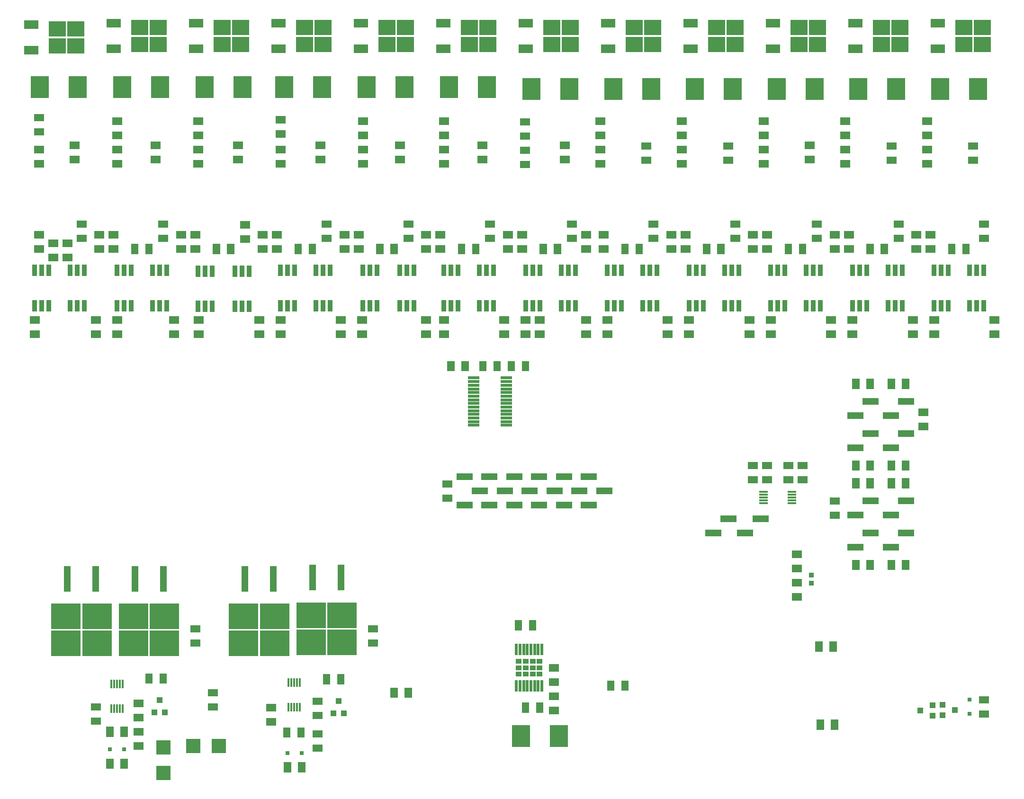
<source format=gtp>
G04 #@! TF.GenerationSoftware,KiCad,Pcbnew,(5.1.6)-1*
G04 #@! TF.CreationDate,2023-01-22T15:30:42+01:00*
G04 #@! TF.ProjectId,zone-controller,7a6f6e65-2d63-46f6-9e74-726f6c6c6572,rev?*
G04 #@! TF.SameCoordinates,Original*
G04 #@! TF.FileFunction,Paste,Top*
G04 #@! TF.FilePolarity,Positive*
%FSLAX46Y46*%
G04 Gerber Fmt 4.6, Leading zero omitted, Abs format (unit mm)*
G04 Created by KiCad (PCBNEW (5.1.6)-1) date 2023-01-22 15:30:42*
%MOMM*%
%LPD*%
G01*
G04 APERTURE LIST*
%ADD10R,1.500000X0.350000*%
%ADD11R,3.000000X1.250000*%
%ADD12C,0.100000*%
%ADD13R,2.500000X2.500000*%
%ADD14R,5.250000X4.550000*%
%ADD15R,1.250000X4.600000*%
%ADD16R,2.500000X1.500000*%
%ADD17R,3.050000X2.750000*%
%ADD18R,0.900000X2.000000*%
%ADD19R,0.350000X1.500000*%
%ADD20R,2.000000X0.500000*%
%ADD21R,1.050000X0.880000*%
%ADD22R,0.500000X2.000000*%
%ADD23R,1.000000X1.000000*%
%ADD24R,0.800000X0.800000*%
%ADD25R,3.300000X4.000000*%
%ADD26R,0.900000X0.900000*%
G04 APERTURE END LIST*
D10*
X175260000Y-89170000D03*
X175260000Y-89670000D03*
X175260000Y-90170000D03*
X175260000Y-90670000D03*
X175260000Y-91170000D03*
X170180000Y-91170000D03*
X170180000Y-90670000D03*
X170180000Y-90170000D03*
X170180000Y-89170000D03*
X170180000Y-89670000D03*
D11*
X192935000Y-99060000D03*
X195685000Y-96520000D03*
D12*
G36*
X194930000Y-85355000D02*
G01*
X194930000Y-83555000D01*
X196230000Y-83555000D01*
X196230000Y-85355000D01*
X194930000Y-85355000D01*
G37*
G36*
X192390000Y-85355000D02*
G01*
X192390000Y-83555000D01*
X193690000Y-83555000D01*
X193690000Y-85355000D01*
X192390000Y-85355000D01*
G37*
G36*
X188580000Y-85355000D02*
G01*
X188580000Y-83555000D01*
X189880000Y-83555000D01*
X189880000Y-85355000D01*
X188580000Y-85355000D01*
G37*
G36*
X186040000Y-85355000D02*
G01*
X186040000Y-83555000D01*
X187340000Y-83555000D01*
X187340000Y-85355000D01*
X186040000Y-85355000D01*
G37*
G36*
X197855000Y-76820000D02*
G01*
X199655000Y-76820000D01*
X199655000Y-78120000D01*
X197855000Y-78120000D01*
X197855000Y-76820000D01*
G37*
G36*
X197855000Y-74280000D02*
G01*
X199655000Y-74280000D01*
X199655000Y-75580000D01*
X197855000Y-75580000D01*
X197855000Y-74280000D01*
G37*
G36*
X187340000Y-68950000D02*
G01*
X187340000Y-70750000D01*
X186040000Y-70750000D01*
X186040000Y-68950000D01*
X187340000Y-68950000D01*
G37*
G36*
X189880000Y-68950000D02*
G01*
X189880000Y-70750000D01*
X188580000Y-70750000D01*
X188580000Y-68950000D01*
X189880000Y-68950000D01*
G37*
G36*
X193690000Y-68950000D02*
G01*
X193690000Y-70750000D01*
X192390000Y-70750000D01*
X192390000Y-68950000D01*
X193690000Y-68950000D01*
G37*
G36*
X196230000Y-68950000D02*
G01*
X196230000Y-70750000D01*
X194930000Y-70750000D01*
X194930000Y-68950000D01*
X196230000Y-68950000D01*
G37*
G36*
X187340000Y-101335000D02*
G01*
X187340000Y-103135000D01*
X186040000Y-103135000D01*
X186040000Y-101335000D01*
X187340000Y-101335000D01*
G37*
G36*
X189880000Y-101335000D02*
G01*
X189880000Y-103135000D01*
X188580000Y-103135000D01*
X188580000Y-101335000D01*
X189880000Y-101335000D01*
G37*
G36*
X193690000Y-101335000D02*
G01*
X193690000Y-103135000D01*
X192390000Y-103135000D01*
X192390000Y-101335000D01*
X193690000Y-101335000D01*
G37*
G36*
X196230000Y-101335000D02*
G01*
X196230000Y-103135000D01*
X194930000Y-103135000D01*
X194930000Y-101335000D01*
X196230000Y-101335000D01*
G37*
G36*
X181980000Y-92695000D02*
G01*
X183780000Y-92695000D01*
X183780000Y-93995000D01*
X181980000Y-93995000D01*
X181980000Y-92695000D01*
G37*
G36*
X181980000Y-90155000D02*
G01*
X183780000Y-90155000D01*
X183780000Y-91455000D01*
X181980000Y-91455000D01*
X181980000Y-90155000D01*
G37*
G36*
X194930000Y-88530000D02*
G01*
X194930000Y-86730000D01*
X196230000Y-86730000D01*
X196230000Y-88530000D01*
X194930000Y-88530000D01*
G37*
G36*
X192390000Y-88530000D02*
G01*
X192390000Y-86730000D01*
X193690000Y-86730000D01*
X193690000Y-88530000D01*
X192390000Y-88530000D01*
G37*
G36*
X188580000Y-88530000D02*
G01*
X188580000Y-86730000D01*
X189880000Y-86730000D01*
X189880000Y-88530000D01*
X188580000Y-88530000D01*
G37*
G36*
X186040000Y-88530000D02*
G01*
X186040000Y-86730000D01*
X187340000Y-86730000D01*
X187340000Y-88530000D01*
X186040000Y-88530000D01*
G37*
D11*
X189335000Y-78740000D03*
X186585000Y-81280000D03*
X192935000Y-81280000D03*
X195685000Y-78740000D03*
X195685000Y-73025000D03*
X192935000Y-75565000D03*
X186585000Y-75565000D03*
X189335000Y-73025000D03*
X189335000Y-96520000D03*
X186585000Y-99060000D03*
X186585000Y-93345000D03*
X189335000Y-90805000D03*
X195685000Y-90805000D03*
X192935000Y-93345000D03*
D12*
G36*
X129275000Y-60310000D02*
G01*
X131075000Y-60310000D01*
X131075000Y-61610000D01*
X129275000Y-61610000D01*
X129275000Y-60310000D01*
G37*
G36*
X129275000Y-57770000D02*
G01*
X131075000Y-57770000D01*
X131075000Y-59070000D01*
X129275000Y-59070000D01*
X129275000Y-57770000D01*
G37*
D11*
X138960000Y-86487000D03*
X138960000Y-91567000D03*
X141710000Y-89027000D03*
X134515000Y-86487000D03*
X134515000Y-91567000D03*
X137265000Y-89027000D03*
X130070000Y-86487000D03*
X130070000Y-91567000D03*
X132820000Y-89027000D03*
X125625000Y-86487000D03*
X125625000Y-91567000D03*
X128375000Y-89027000D03*
X121180000Y-86487000D03*
X121180000Y-91567000D03*
X123930000Y-89027000D03*
X116735000Y-86487000D03*
X116735000Y-91567000D03*
X119485000Y-89027000D03*
X166900000Y-96520000D03*
X169650000Y-93980000D03*
X161185000Y-96520000D03*
X163935000Y-93980000D03*
D13*
X68185000Y-134620000D03*
X72785000Y-134620000D03*
X62865000Y-139460000D03*
X62865000Y-134860000D03*
D14*
X94850000Y-116090000D03*
X94850000Y-111240000D03*
X89300000Y-111240000D03*
X89300000Y-116090000D03*
D15*
X89535000Y-104515000D03*
X94615000Y-104515000D03*
D14*
X82785000Y-116290000D03*
X82785000Y-111440000D03*
X77235000Y-111440000D03*
X77235000Y-116290000D03*
D15*
X77470000Y-104715000D03*
X82550000Y-104715000D03*
D14*
X63100000Y-116290000D03*
X63100000Y-111440000D03*
X57550000Y-111440000D03*
X57550000Y-116290000D03*
D15*
X57785000Y-104715000D03*
X62865000Y-104715000D03*
D14*
X51035000Y-116290000D03*
X51035000Y-111440000D03*
X45485000Y-111440000D03*
X45485000Y-116290000D03*
D15*
X45720000Y-104715000D03*
X50800000Y-104715000D03*
D16*
X39293000Y-5594000D03*
X39293000Y-10154000D03*
D17*
X47268000Y-9399000D03*
X43918000Y-6349000D03*
X47268000Y-6349000D03*
X43918000Y-9399000D03*
D18*
X207010000Y-49555000D03*
X208280000Y-55855000D03*
X209550000Y-49555000D03*
X208280000Y-49555000D03*
X209550000Y-55855000D03*
X207010000Y-55855000D03*
X203200000Y-55855000D03*
X201930000Y-49555000D03*
X200660000Y-55855000D03*
X201930000Y-55855000D03*
X200660000Y-49555000D03*
X203200000Y-49555000D03*
X192405000Y-49555000D03*
X193675000Y-55855000D03*
X194945000Y-49555000D03*
X193675000Y-49555000D03*
X194945000Y-55855000D03*
X192405000Y-55855000D03*
X188595000Y-55855000D03*
X187325000Y-49555000D03*
X186055000Y-55855000D03*
X187325000Y-55855000D03*
X186055000Y-49555000D03*
X188595000Y-49555000D03*
X177800000Y-49555000D03*
X179070000Y-55855000D03*
X180340000Y-49555000D03*
X179070000Y-49555000D03*
X180340000Y-55855000D03*
X177800000Y-55855000D03*
X173990000Y-55855000D03*
X172720000Y-49555000D03*
X171450000Y-55855000D03*
X172720000Y-55855000D03*
X171450000Y-49555000D03*
X173990000Y-49555000D03*
X163195000Y-49555000D03*
X164465000Y-55855000D03*
X165735000Y-49555000D03*
X164465000Y-49555000D03*
X165735000Y-55855000D03*
X163195000Y-55855000D03*
X159385000Y-55855000D03*
X158115000Y-49555000D03*
X156845000Y-55855000D03*
X158115000Y-55855000D03*
X156845000Y-49555000D03*
X159385000Y-49555000D03*
X148590000Y-49555000D03*
X149860000Y-55855000D03*
X151130000Y-49555000D03*
X149860000Y-49555000D03*
X151130000Y-55855000D03*
X148590000Y-55855000D03*
X144780000Y-55855000D03*
X143510000Y-49555000D03*
X142240000Y-55855000D03*
X143510000Y-55855000D03*
X142240000Y-49555000D03*
X144780000Y-49555000D03*
X133985000Y-49555000D03*
X135255000Y-55855000D03*
X136525000Y-49555000D03*
X135255000Y-49555000D03*
X136525000Y-55855000D03*
X133985000Y-55855000D03*
X130175000Y-55855000D03*
X128905000Y-49555000D03*
X127635000Y-55855000D03*
X128905000Y-55855000D03*
X127635000Y-49555000D03*
X130175000Y-49555000D03*
X119380000Y-49555000D03*
X120650000Y-55855000D03*
X121920000Y-49555000D03*
X120650000Y-49555000D03*
X121920000Y-55855000D03*
X119380000Y-55855000D03*
X115570000Y-55855000D03*
X114300000Y-49555000D03*
X113030000Y-55855000D03*
X114300000Y-55855000D03*
X113030000Y-49555000D03*
X115570000Y-49555000D03*
X105156000Y-49555000D03*
X106426000Y-55855000D03*
X107696000Y-49555000D03*
X106426000Y-49555000D03*
X107696000Y-55855000D03*
X105156000Y-55855000D03*
X101092000Y-55855000D03*
X99822000Y-49555000D03*
X98552000Y-55855000D03*
X99822000Y-55855000D03*
X98552000Y-49555000D03*
X101092000Y-49555000D03*
X90170000Y-49555000D03*
X91440000Y-55855000D03*
X92710000Y-49555000D03*
X91440000Y-49555000D03*
X92710000Y-55855000D03*
X90170000Y-55855000D03*
X86360000Y-55855000D03*
X85090000Y-49555000D03*
X83820000Y-55855000D03*
X85090000Y-55855000D03*
X83820000Y-49555000D03*
X86360000Y-49555000D03*
X75692000Y-49682000D03*
X76962000Y-55982000D03*
X78232000Y-49682000D03*
X76962000Y-49682000D03*
X78232000Y-55982000D03*
X75692000Y-55982000D03*
X71628000Y-55982000D03*
X70358000Y-49682000D03*
X69088000Y-55982000D03*
X70358000Y-55982000D03*
X69088000Y-49682000D03*
X71628000Y-49682000D03*
X60960000Y-49555000D03*
X62230000Y-55855000D03*
X63500000Y-49555000D03*
X62230000Y-49555000D03*
X63500000Y-55855000D03*
X60960000Y-55855000D03*
X57150000Y-55855000D03*
X55880000Y-49555000D03*
X54610000Y-55855000D03*
X55880000Y-55855000D03*
X54610000Y-49555000D03*
X57150000Y-49555000D03*
X46228000Y-49555000D03*
X47498000Y-55855000D03*
X48768000Y-49555000D03*
X47498000Y-49555000D03*
X48768000Y-55855000D03*
X46228000Y-55855000D03*
X42418000Y-55855000D03*
X41148000Y-49555000D03*
X39878000Y-55855000D03*
X41148000Y-55855000D03*
X39878000Y-49555000D03*
X42418000Y-49555000D03*
D19*
X86749000Y-127717000D03*
X87249000Y-123317000D03*
X86249000Y-123317000D03*
X85249000Y-127717000D03*
X85749000Y-123317000D03*
X85749000Y-127717000D03*
X85249000Y-123317000D03*
X87249000Y-127717000D03*
X86749000Y-123317000D03*
X86249000Y-127717000D03*
X55110000Y-127930000D03*
X55610000Y-123530000D03*
X54610000Y-123530000D03*
X53610000Y-127930000D03*
X54110000Y-123530000D03*
X54110000Y-127930000D03*
X53610000Y-123530000D03*
X55610000Y-127930000D03*
X55110000Y-123530000D03*
X54610000Y-127930000D03*
D20*
X124187500Y-77250000D03*
X124187500Y-72050000D03*
X124187500Y-75950000D03*
X124187500Y-70750000D03*
X118382500Y-71400000D03*
X118382500Y-77250000D03*
X118382500Y-72700000D03*
X124187500Y-70100000D03*
X124187500Y-69450000D03*
X124187500Y-68800000D03*
X118382500Y-75300000D03*
X118382500Y-70750000D03*
X118382500Y-70100000D03*
X124187500Y-74000000D03*
X118382500Y-74650000D03*
X124187500Y-73350000D03*
X118382500Y-68800000D03*
X118382500Y-73350000D03*
X124187500Y-72700000D03*
X124187500Y-76600000D03*
X118382500Y-72050000D03*
X118382500Y-74000000D03*
X124187500Y-74650000D03*
X118382500Y-75950000D03*
X124187500Y-71400000D03*
X118382500Y-69450000D03*
X118382500Y-76600000D03*
X124187500Y-75300000D03*
D16*
X201345000Y-5340000D03*
X201345000Y-9900000D03*
D17*
X209320000Y-9145000D03*
X205970000Y-6095000D03*
X209320000Y-6095000D03*
X205970000Y-9145000D03*
D16*
X186613000Y-5340000D03*
X186613000Y-9900000D03*
D17*
X194588000Y-9145000D03*
X191238000Y-6095000D03*
X194588000Y-6095000D03*
X191238000Y-9145000D03*
D16*
X171881000Y-5340000D03*
X171881000Y-9900000D03*
D17*
X179856000Y-9145000D03*
X176506000Y-6095000D03*
X179856000Y-6095000D03*
X176506000Y-9145000D03*
D16*
X157149000Y-5340000D03*
X157149000Y-9900000D03*
D17*
X165124000Y-9145000D03*
X161774000Y-6095000D03*
X165124000Y-6095000D03*
X161774000Y-9145000D03*
D16*
X142417000Y-5340000D03*
X142417000Y-9900000D03*
D17*
X150392000Y-9145000D03*
X147042000Y-6095000D03*
X150392000Y-6095000D03*
X147042000Y-9145000D03*
D16*
X127685000Y-5340000D03*
X127685000Y-9900000D03*
D17*
X135660000Y-9145000D03*
X132310000Y-6095000D03*
X135660000Y-6095000D03*
X132310000Y-9145000D03*
D16*
X112953000Y-5340000D03*
X112953000Y-9900000D03*
D17*
X120928000Y-9145000D03*
X117578000Y-6095000D03*
X120928000Y-6095000D03*
X117578000Y-9145000D03*
D16*
X98221000Y-5340000D03*
X98221000Y-9900000D03*
D17*
X106196000Y-9145000D03*
X102846000Y-6095000D03*
X106196000Y-6095000D03*
X102846000Y-9145000D03*
D16*
X83489000Y-5340000D03*
X83489000Y-9900000D03*
D17*
X91464000Y-9145000D03*
X88114000Y-6095000D03*
X91464000Y-6095000D03*
X88114000Y-9145000D03*
D16*
X68757000Y-5340000D03*
X68757000Y-9900000D03*
D17*
X76732000Y-9145000D03*
X73382000Y-6095000D03*
X76732000Y-6095000D03*
X73382000Y-9145000D03*
D16*
X54025000Y-5340000D03*
X54025000Y-9900000D03*
D17*
X62000000Y-9145000D03*
X58650000Y-6095000D03*
X62000000Y-6095000D03*
X58650000Y-9145000D03*
D21*
X127645000Y-121783400D03*
X126395000Y-121783400D03*
D22*
X129245000Y-117400000D03*
X130545000Y-123900000D03*
X126645000Y-117400000D03*
D21*
X127645000Y-119516600D03*
D22*
X127295000Y-123900000D03*
X129245000Y-123900000D03*
X128595000Y-117400000D03*
X125995000Y-123900000D03*
X127945000Y-123900000D03*
X128595000Y-123900000D03*
X129895000Y-123900000D03*
X126645000Y-123900000D03*
X130545000Y-117400000D03*
X129895000Y-117400000D03*
X127945000Y-117400000D03*
X127295000Y-117400000D03*
X125995000Y-117400000D03*
D21*
X126395000Y-120650000D03*
X126395000Y-119516600D03*
X127645000Y-120650000D03*
X130145000Y-119516600D03*
X128895000Y-119516600D03*
X130145000Y-120650000D03*
X130145000Y-121783400D03*
X128895000Y-121783400D03*
X128895000Y-120650000D03*
D12*
G36*
X106030000Y-125995000D02*
G01*
X106030000Y-124195000D01*
X107330000Y-124195000D01*
X107330000Y-125995000D01*
X106030000Y-125995000D01*
G37*
G36*
X103490000Y-125995000D02*
G01*
X103490000Y-124195000D01*
X104790000Y-124195000D01*
X104790000Y-125995000D01*
X103490000Y-125995000D01*
G37*
G36*
X93965000Y-123582000D02*
G01*
X93965000Y-121782000D01*
X95265000Y-121782000D01*
X95265000Y-123582000D01*
X93965000Y-123582000D01*
G37*
G36*
X91425000Y-123582000D02*
G01*
X91425000Y-121782000D01*
X92725000Y-121782000D01*
X92725000Y-123582000D01*
X91425000Y-123582000D01*
G37*
G36*
X89524000Y-128509000D02*
G01*
X91324000Y-128509000D01*
X91324000Y-129809000D01*
X89524000Y-129809000D01*
X89524000Y-128509000D01*
G37*
G36*
X89524000Y-125969000D02*
G01*
X91324000Y-125969000D01*
X91324000Y-127269000D01*
X89524000Y-127269000D01*
X89524000Y-125969000D01*
G37*
G36*
X81269000Y-129652000D02*
G01*
X83069000Y-129652000D01*
X83069000Y-130952000D01*
X81269000Y-130952000D01*
X81269000Y-129652000D01*
G37*
G36*
X81269000Y-127112000D02*
G01*
X83069000Y-127112000D01*
X83069000Y-128412000D01*
X81269000Y-128412000D01*
X81269000Y-127112000D01*
G37*
G36*
X91324000Y-133111000D02*
G01*
X89524000Y-133111000D01*
X89524000Y-131811000D01*
X91324000Y-131811000D01*
X91324000Y-133111000D01*
G37*
G36*
X91324000Y-135651000D02*
G01*
X89524000Y-135651000D01*
X89524000Y-134351000D01*
X91324000Y-134351000D01*
X91324000Y-135651000D01*
G37*
G36*
X114565000Y-88407000D02*
G01*
X112765000Y-88407000D01*
X112765000Y-87107000D01*
X114565000Y-87107000D01*
X114565000Y-88407000D01*
G37*
G36*
X114565000Y-90947000D02*
G01*
X112765000Y-90947000D01*
X112765000Y-89647000D01*
X114565000Y-89647000D01*
X114565000Y-90947000D01*
G37*
G36*
X208650000Y-128255000D02*
G01*
X210450000Y-128255000D01*
X210450000Y-129555000D01*
X208650000Y-129555000D01*
X208650000Y-128255000D01*
G37*
G36*
X208650000Y-125715000D02*
G01*
X210450000Y-125715000D01*
X210450000Y-127015000D01*
X208650000Y-127015000D01*
X208650000Y-125715000D01*
G37*
G36*
X70855000Y-126985000D02*
G01*
X72655000Y-126985000D01*
X72655000Y-128285000D01*
X70855000Y-128285000D01*
X70855000Y-126985000D01*
G37*
G36*
X70855000Y-124445000D02*
G01*
X72655000Y-124445000D01*
X72655000Y-125745000D01*
X70855000Y-125745000D01*
X70855000Y-124445000D01*
G37*
G36*
X62215000Y-123455000D02*
G01*
X62215000Y-121655000D01*
X63515000Y-121655000D01*
X63515000Y-123455000D01*
X62215000Y-123455000D01*
G37*
G36*
X59675000Y-123455000D02*
G01*
X59675000Y-121655000D01*
X60975000Y-121655000D01*
X60975000Y-123455000D01*
X59675000Y-123455000D01*
G37*
G36*
X177049000Y-106060000D02*
G01*
X175249000Y-106060000D01*
X175249000Y-104760000D01*
X177049000Y-104760000D01*
X177049000Y-106060000D01*
G37*
G36*
X177049000Y-108600000D02*
G01*
X175249000Y-108600000D01*
X175249000Y-107300000D01*
X177049000Y-107300000D01*
X177049000Y-108600000D01*
G37*
G36*
X57520000Y-128890000D02*
G01*
X59320000Y-128890000D01*
X59320000Y-130190000D01*
X57520000Y-130190000D01*
X57520000Y-128890000D01*
G37*
G36*
X57520000Y-126350000D02*
G01*
X59320000Y-126350000D01*
X59320000Y-127650000D01*
X57520000Y-127650000D01*
X57520000Y-126350000D01*
G37*
G36*
X181976000Y-117740000D02*
G01*
X181976000Y-115940000D01*
X183276000Y-115940000D01*
X183276000Y-117740000D01*
X181976000Y-117740000D01*
G37*
G36*
X179436000Y-117740000D02*
G01*
X179436000Y-115940000D01*
X180736000Y-115940000D01*
X180736000Y-117740000D01*
X179436000Y-117740000D01*
G37*
G36*
X49900000Y-129525000D02*
G01*
X51700000Y-129525000D01*
X51700000Y-130825000D01*
X49900000Y-130825000D01*
X49900000Y-129525000D01*
G37*
G36*
X49900000Y-126985000D02*
G01*
X51700000Y-126985000D01*
X51700000Y-128285000D01*
X49900000Y-128285000D01*
X49900000Y-126985000D01*
G37*
G36*
X59320000Y-132730000D02*
G01*
X57520000Y-132730000D01*
X57520000Y-131430000D01*
X59320000Y-131430000D01*
X59320000Y-132730000D01*
G37*
G36*
X59320000Y-135270000D02*
G01*
X57520000Y-135270000D01*
X57520000Y-133970000D01*
X59320000Y-133970000D01*
X59320000Y-135270000D01*
G37*
G36*
X182230000Y-131710000D02*
G01*
X182230000Y-129910000D01*
X183530000Y-129910000D01*
X183530000Y-131710000D01*
X182230000Y-131710000D01*
G37*
G36*
X179690000Y-131710000D02*
G01*
X179690000Y-129910000D01*
X180990000Y-129910000D01*
X180990000Y-131710000D01*
X179690000Y-131710000D01*
G37*
G36*
X210450000Y-41925000D02*
G01*
X208650000Y-41925000D01*
X208650000Y-40625000D01*
X210450000Y-40625000D01*
X210450000Y-41925000D01*
G37*
G36*
X210450000Y-44465000D02*
G01*
X208650000Y-44465000D01*
X208650000Y-43165000D01*
X210450000Y-43165000D01*
X210450000Y-44465000D01*
G37*
G36*
X195210000Y-41925000D02*
G01*
X193410000Y-41925000D01*
X193410000Y-40625000D01*
X195210000Y-40625000D01*
X195210000Y-41925000D01*
G37*
G36*
X195210000Y-44465000D02*
G01*
X193410000Y-44465000D01*
X193410000Y-43165000D01*
X195210000Y-43165000D01*
X195210000Y-44465000D01*
G37*
G36*
X180605000Y-41925000D02*
G01*
X178805000Y-41925000D01*
X178805000Y-40625000D01*
X180605000Y-40625000D01*
X180605000Y-41925000D01*
G37*
G36*
X180605000Y-44465000D02*
G01*
X178805000Y-44465000D01*
X178805000Y-43165000D01*
X180605000Y-43165000D01*
X180605000Y-44465000D01*
G37*
G36*
X166000000Y-41925000D02*
G01*
X164200000Y-41925000D01*
X164200000Y-40625000D01*
X166000000Y-40625000D01*
X166000000Y-41925000D01*
G37*
G36*
X166000000Y-44465000D02*
G01*
X164200000Y-44465000D01*
X164200000Y-43165000D01*
X166000000Y-43165000D01*
X166000000Y-44465000D01*
G37*
G36*
X151395000Y-41925000D02*
G01*
X149595000Y-41925000D01*
X149595000Y-40625000D01*
X151395000Y-40625000D01*
X151395000Y-41925000D01*
G37*
G36*
X151395000Y-44465000D02*
G01*
X149595000Y-44465000D01*
X149595000Y-43165000D01*
X151395000Y-43165000D01*
X151395000Y-44465000D01*
G37*
G36*
X136790000Y-41925000D02*
G01*
X134990000Y-41925000D01*
X134990000Y-40625000D01*
X136790000Y-40625000D01*
X136790000Y-41925000D01*
G37*
G36*
X136790000Y-44465000D02*
G01*
X134990000Y-44465000D01*
X134990000Y-43165000D01*
X136790000Y-43165000D01*
X136790000Y-44465000D01*
G37*
G36*
X205725000Y-46620000D02*
G01*
X205725000Y-44820000D01*
X207025000Y-44820000D01*
X207025000Y-46620000D01*
X205725000Y-46620000D01*
G37*
G36*
X203185000Y-46620000D02*
G01*
X203185000Y-44820000D01*
X204485000Y-44820000D01*
X204485000Y-46620000D01*
X203185000Y-46620000D01*
G37*
G36*
X191120000Y-46620000D02*
G01*
X191120000Y-44820000D01*
X192420000Y-44820000D01*
X192420000Y-46620000D01*
X191120000Y-46620000D01*
G37*
G36*
X188580000Y-46620000D02*
G01*
X188580000Y-44820000D01*
X189880000Y-44820000D01*
X189880000Y-46620000D01*
X188580000Y-46620000D01*
G37*
G36*
X176515000Y-46620000D02*
G01*
X176515000Y-44820000D01*
X177815000Y-44820000D01*
X177815000Y-46620000D01*
X176515000Y-46620000D01*
G37*
G36*
X173975000Y-46620000D02*
G01*
X173975000Y-44820000D01*
X175275000Y-44820000D01*
X175275000Y-46620000D01*
X173975000Y-46620000D01*
G37*
G36*
X161910000Y-46620000D02*
G01*
X161910000Y-44820000D01*
X163210000Y-44820000D01*
X163210000Y-46620000D01*
X161910000Y-46620000D01*
G37*
G36*
X159370000Y-46620000D02*
G01*
X159370000Y-44820000D01*
X160670000Y-44820000D01*
X160670000Y-46620000D01*
X159370000Y-46620000D01*
G37*
G36*
X147305000Y-46620000D02*
G01*
X147305000Y-44820000D01*
X148605000Y-44820000D01*
X148605000Y-46620000D01*
X147305000Y-46620000D01*
G37*
G36*
X144765000Y-46620000D02*
G01*
X144765000Y-44820000D01*
X146065000Y-44820000D01*
X146065000Y-46620000D01*
X144765000Y-46620000D01*
G37*
G36*
X132700000Y-46620000D02*
G01*
X132700000Y-44820000D01*
X134000000Y-44820000D01*
X134000000Y-46620000D01*
X132700000Y-46620000D01*
G37*
G36*
X130160000Y-46620000D02*
G01*
X130160000Y-44820000D01*
X131460000Y-44820000D01*
X131460000Y-46620000D01*
X130160000Y-46620000D01*
G37*
G36*
X200290000Y-28590000D02*
G01*
X198490000Y-28590000D01*
X198490000Y-27290000D01*
X200290000Y-27290000D01*
X200290000Y-28590000D01*
G37*
G36*
X200290000Y-31130000D02*
G01*
X198490000Y-31130000D01*
X198490000Y-29830000D01*
X200290000Y-29830000D01*
X200290000Y-31130000D01*
G37*
G36*
X185685000Y-28590000D02*
G01*
X183885000Y-28590000D01*
X183885000Y-27290000D01*
X185685000Y-27290000D01*
X185685000Y-28590000D01*
G37*
G36*
X185685000Y-31130000D02*
G01*
X183885000Y-31130000D01*
X183885000Y-29830000D01*
X185685000Y-29830000D01*
X185685000Y-31130000D01*
G37*
G36*
X171080000Y-28590000D02*
G01*
X169280000Y-28590000D01*
X169280000Y-27290000D01*
X171080000Y-27290000D01*
X171080000Y-28590000D01*
G37*
G36*
X171080000Y-31130000D02*
G01*
X169280000Y-31130000D01*
X169280000Y-29830000D01*
X171080000Y-29830000D01*
X171080000Y-31130000D01*
G37*
G36*
X156475000Y-28590000D02*
G01*
X154675000Y-28590000D01*
X154675000Y-27290000D01*
X156475000Y-27290000D01*
X156475000Y-28590000D01*
G37*
G36*
X156475000Y-31130000D02*
G01*
X154675000Y-31130000D01*
X154675000Y-29830000D01*
X156475000Y-29830000D01*
X156475000Y-31130000D01*
G37*
G36*
X144765000Y-124725000D02*
G01*
X144765000Y-122925000D01*
X146065000Y-122925000D01*
X146065000Y-124725000D01*
X144765000Y-124725000D01*
G37*
G36*
X142225000Y-124725000D02*
G01*
X142225000Y-122925000D01*
X143525000Y-122925000D01*
X143525000Y-124725000D01*
X142225000Y-124725000D01*
G37*
G36*
X131815000Y-122540000D02*
G01*
X133615000Y-122540000D01*
X133615000Y-123840000D01*
X131815000Y-123840000D01*
X131815000Y-122540000D01*
G37*
G36*
X131815000Y-120000000D02*
G01*
X133615000Y-120000000D01*
X133615000Y-121300000D01*
X131815000Y-121300000D01*
X131815000Y-120000000D01*
G37*
G36*
X133615000Y-126380000D02*
G01*
X131815000Y-126380000D01*
X131815000Y-125080000D01*
X133615000Y-125080000D01*
X133615000Y-126380000D01*
G37*
G36*
X133615000Y-128920000D02*
G01*
X131815000Y-128920000D01*
X131815000Y-127620000D01*
X133615000Y-127620000D01*
X133615000Y-128920000D01*
G37*
G36*
X125745000Y-65775000D02*
G01*
X125745000Y-67575000D01*
X124445000Y-67575000D01*
X124445000Y-65775000D01*
X125745000Y-65775000D01*
G37*
G36*
X128285000Y-65775000D02*
G01*
X128285000Y-67575000D01*
X126985000Y-67575000D01*
X126985000Y-65775000D01*
X128285000Y-65775000D01*
G37*
G36*
X141870000Y-28590000D02*
G01*
X140070000Y-28590000D01*
X140070000Y-27290000D01*
X141870000Y-27290000D01*
X141870000Y-28590000D01*
G37*
G36*
X141870000Y-31130000D02*
G01*
X140070000Y-31130000D01*
X140070000Y-29830000D01*
X141870000Y-29830000D01*
X141870000Y-31130000D01*
G37*
G36*
X128408000Y-28717000D02*
G01*
X126608000Y-28717000D01*
X126608000Y-27417000D01*
X128408000Y-27417000D01*
X128408000Y-28717000D01*
G37*
G36*
X128408000Y-31257000D02*
G01*
X126608000Y-31257000D01*
X126608000Y-29957000D01*
X128408000Y-29957000D01*
X128408000Y-31257000D01*
G37*
G36*
X128408000Y-23637000D02*
G01*
X126608000Y-23637000D01*
X126608000Y-22337000D01*
X128408000Y-22337000D01*
X128408000Y-23637000D01*
G37*
G36*
X128408000Y-26177000D02*
G01*
X126608000Y-26177000D01*
X126608000Y-24877000D01*
X128408000Y-24877000D01*
X128408000Y-26177000D01*
G37*
G36*
X200290000Y-23510000D02*
G01*
X198490000Y-23510000D01*
X198490000Y-22210000D01*
X200290000Y-22210000D01*
X200290000Y-23510000D01*
G37*
G36*
X200290000Y-26050000D02*
G01*
X198490000Y-26050000D01*
X198490000Y-24750000D01*
X200290000Y-24750000D01*
X200290000Y-26050000D01*
G37*
G36*
X185685000Y-23510000D02*
G01*
X183885000Y-23510000D01*
X183885000Y-22210000D01*
X185685000Y-22210000D01*
X185685000Y-23510000D01*
G37*
G36*
X185685000Y-26050000D02*
G01*
X183885000Y-26050000D01*
X183885000Y-24750000D01*
X185685000Y-24750000D01*
X185685000Y-26050000D01*
G37*
G36*
X171080000Y-23510000D02*
G01*
X169280000Y-23510000D01*
X169280000Y-22210000D01*
X171080000Y-22210000D01*
X171080000Y-23510000D01*
G37*
G36*
X171080000Y-26050000D02*
G01*
X169280000Y-26050000D01*
X169280000Y-24750000D01*
X171080000Y-24750000D01*
X171080000Y-26050000D01*
G37*
G36*
X156475000Y-23510000D02*
G01*
X154675000Y-23510000D01*
X154675000Y-22210000D01*
X156475000Y-22210000D01*
X156475000Y-23510000D01*
G37*
G36*
X156475000Y-26050000D02*
G01*
X154675000Y-26050000D01*
X154675000Y-24750000D01*
X156475000Y-24750000D01*
X156475000Y-26050000D01*
G37*
G36*
X141870000Y-23510000D02*
G01*
X140070000Y-23510000D01*
X140070000Y-22210000D01*
X141870000Y-22210000D01*
X141870000Y-23510000D01*
G37*
G36*
X141870000Y-26050000D02*
G01*
X140070000Y-26050000D01*
X140070000Y-24750000D01*
X141870000Y-24750000D01*
X141870000Y-26050000D01*
G37*
G36*
X199760000Y-60310000D02*
G01*
X201560000Y-60310000D01*
X201560000Y-61610000D01*
X199760000Y-61610000D01*
X199760000Y-60310000D01*
G37*
G36*
X199760000Y-57770000D02*
G01*
X201560000Y-57770000D01*
X201560000Y-59070000D01*
X199760000Y-59070000D01*
X199760000Y-57770000D01*
G37*
G36*
X185155000Y-60310000D02*
G01*
X186955000Y-60310000D01*
X186955000Y-61610000D01*
X185155000Y-61610000D01*
X185155000Y-60310000D01*
G37*
G36*
X185155000Y-57770000D02*
G01*
X186955000Y-57770000D01*
X186955000Y-59070000D01*
X185155000Y-59070000D01*
X185155000Y-57770000D01*
G37*
G36*
X170550000Y-60310000D02*
G01*
X172350000Y-60310000D01*
X172350000Y-61610000D01*
X170550000Y-61610000D01*
X170550000Y-60310000D01*
G37*
G36*
X170550000Y-57770000D02*
G01*
X172350000Y-57770000D01*
X172350000Y-59070000D01*
X170550000Y-59070000D01*
X170550000Y-57770000D01*
G37*
G36*
X155945000Y-60310000D02*
G01*
X157745000Y-60310000D01*
X157745000Y-61610000D01*
X155945000Y-61610000D01*
X155945000Y-60310000D01*
G37*
G36*
X155945000Y-57770000D02*
G01*
X157745000Y-57770000D01*
X157745000Y-59070000D01*
X155945000Y-59070000D01*
X155945000Y-57770000D01*
G37*
G36*
X141340000Y-60310000D02*
G01*
X143140000Y-60310000D01*
X143140000Y-61610000D01*
X141340000Y-61610000D01*
X141340000Y-60310000D01*
G37*
G36*
X141340000Y-57770000D02*
G01*
X143140000Y-57770000D01*
X143140000Y-59070000D01*
X141340000Y-59070000D01*
X141340000Y-57770000D01*
G37*
G36*
X126735000Y-60310000D02*
G01*
X128535000Y-60310000D01*
X128535000Y-61610000D01*
X126735000Y-61610000D01*
X126735000Y-60310000D01*
G37*
G36*
X126735000Y-57770000D02*
G01*
X128535000Y-57770000D01*
X128535000Y-59070000D01*
X126735000Y-59070000D01*
X126735000Y-57770000D01*
G37*
G36*
X122185000Y-41925000D02*
G01*
X120385000Y-41925000D01*
X120385000Y-40625000D01*
X122185000Y-40625000D01*
X122185000Y-41925000D01*
G37*
G36*
X122185000Y-44465000D02*
G01*
X120385000Y-44465000D01*
X120385000Y-43165000D01*
X122185000Y-43165000D01*
X122185000Y-44465000D01*
G37*
G36*
X107580000Y-41925000D02*
G01*
X105780000Y-41925000D01*
X105780000Y-40625000D01*
X107580000Y-40625000D01*
X107580000Y-41925000D01*
G37*
G36*
X107580000Y-44465000D02*
G01*
X105780000Y-44465000D01*
X105780000Y-43165000D01*
X107580000Y-43165000D01*
X107580000Y-44465000D01*
G37*
G36*
X92975000Y-41925000D02*
G01*
X91175000Y-41925000D01*
X91175000Y-40625000D01*
X92975000Y-40625000D01*
X92975000Y-41925000D01*
G37*
G36*
X92975000Y-44465000D02*
G01*
X91175000Y-44465000D01*
X91175000Y-43165000D01*
X92975000Y-43165000D01*
X92975000Y-44465000D01*
G37*
G36*
X78370000Y-42052000D02*
G01*
X76570000Y-42052000D01*
X76570000Y-40752000D01*
X78370000Y-40752000D01*
X78370000Y-42052000D01*
G37*
G36*
X78370000Y-44592000D02*
G01*
X76570000Y-44592000D01*
X76570000Y-43292000D01*
X78370000Y-43292000D01*
X78370000Y-44592000D01*
G37*
G36*
X63765000Y-41925000D02*
G01*
X61965000Y-41925000D01*
X61965000Y-40625000D01*
X63765000Y-40625000D01*
X63765000Y-41925000D01*
G37*
G36*
X63765000Y-44465000D02*
G01*
X61965000Y-44465000D01*
X61965000Y-43165000D01*
X63765000Y-43165000D01*
X63765000Y-44465000D01*
G37*
G36*
X49160000Y-41925000D02*
G01*
X47360000Y-41925000D01*
X47360000Y-40625000D01*
X49160000Y-40625000D01*
X49160000Y-41925000D01*
G37*
G36*
X49160000Y-44465000D02*
G01*
X47360000Y-44465000D01*
X47360000Y-43165000D01*
X49160000Y-43165000D01*
X49160000Y-44465000D01*
G37*
G36*
X118095000Y-46620000D02*
G01*
X118095000Y-44820000D01*
X119395000Y-44820000D01*
X119395000Y-46620000D01*
X118095000Y-46620000D01*
G37*
G36*
X115555000Y-46620000D02*
G01*
X115555000Y-44820000D01*
X116855000Y-44820000D01*
X116855000Y-46620000D01*
X115555000Y-46620000D01*
G37*
G36*
X103490000Y-46620000D02*
G01*
X103490000Y-44820000D01*
X104790000Y-44820000D01*
X104790000Y-46620000D01*
X103490000Y-46620000D01*
G37*
G36*
X100950000Y-46620000D02*
G01*
X100950000Y-44820000D01*
X102250000Y-44820000D01*
X102250000Y-46620000D01*
X100950000Y-46620000D01*
G37*
G36*
X88885000Y-46620000D02*
G01*
X88885000Y-44820000D01*
X90185000Y-44820000D01*
X90185000Y-46620000D01*
X88885000Y-46620000D01*
G37*
G36*
X86345000Y-46620000D02*
G01*
X86345000Y-44820000D01*
X87645000Y-44820000D01*
X87645000Y-46620000D01*
X86345000Y-46620000D01*
G37*
G36*
X74280000Y-46620000D02*
G01*
X74280000Y-44820000D01*
X75580000Y-44820000D01*
X75580000Y-46620000D01*
X74280000Y-46620000D01*
G37*
G36*
X71740000Y-46620000D02*
G01*
X71740000Y-44820000D01*
X73040000Y-44820000D01*
X73040000Y-46620000D01*
X71740000Y-46620000D01*
G37*
G36*
X59675000Y-46620000D02*
G01*
X59675000Y-44820000D01*
X60975000Y-44820000D01*
X60975000Y-46620000D01*
X59675000Y-46620000D01*
G37*
G36*
X57135000Y-46620000D02*
G01*
X57135000Y-44820000D01*
X58435000Y-44820000D01*
X58435000Y-46620000D01*
X57135000Y-46620000D01*
G37*
G36*
X112130000Y-24750000D02*
G01*
X113930000Y-24750000D01*
X113930000Y-26050000D01*
X112130000Y-26050000D01*
X112130000Y-24750000D01*
G37*
G36*
X112130000Y-22210000D02*
G01*
X113930000Y-22210000D01*
X113930000Y-23510000D01*
X112130000Y-23510000D01*
X112130000Y-22210000D01*
G37*
G36*
X97652000Y-24750000D02*
G01*
X99452000Y-24750000D01*
X99452000Y-26050000D01*
X97652000Y-26050000D01*
X97652000Y-24750000D01*
G37*
G36*
X97652000Y-22210000D02*
G01*
X99452000Y-22210000D01*
X99452000Y-23510000D01*
X97652000Y-23510000D01*
X97652000Y-22210000D01*
G37*
G36*
X82920000Y-24496000D02*
G01*
X84720000Y-24496000D01*
X84720000Y-25796000D01*
X82920000Y-25796000D01*
X82920000Y-24496000D01*
G37*
G36*
X82920000Y-21956000D02*
G01*
X84720000Y-21956000D01*
X84720000Y-23256000D01*
X82920000Y-23256000D01*
X82920000Y-21956000D01*
G37*
G36*
X68188000Y-24750000D02*
G01*
X69988000Y-24750000D01*
X69988000Y-26050000D01*
X68188000Y-26050000D01*
X68188000Y-24750000D01*
G37*
G36*
X68188000Y-22210000D02*
G01*
X69988000Y-22210000D01*
X69988000Y-23510000D01*
X68188000Y-23510000D01*
X68188000Y-22210000D01*
G37*
G36*
X53710000Y-24750000D02*
G01*
X55510000Y-24750000D01*
X55510000Y-26050000D01*
X53710000Y-26050000D01*
X53710000Y-24750000D01*
G37*
G36*
X53710000Y-22210000D02*
G01*
X55510000Y-22210000D01*
X55510000Y-23510000D01*
X53710000Y-23510000D01*
X53710000Y-22210000D01*
G37*
G36*
X39740000Y-24115000D02*
G01*
X41540000Y-24115000D01*
X41540000Y-25415000D01*
X39740000Y-25415000D01*
X39740000Y-24115000D01*
G37*
G36*
X39740000Y-21575000D02*
G01*
X41540000Y-21575000D01*
X41540000Y-22875000D01*
X39740000Y-22875000D01*
X39740000Y-21575000D01*
G37*
G36*
X112130000Y-29830000D02*
G01*
X113930000Y-29830000D01*
X113930000Y-31130000D01*
X112130000Y-31130000D01*
X112130000Y-29830000D01*
G37*
G36*
X112130000Y-27290000D02*
G01*
X113930000Y-27290000D01*
X113930000Y-28590000D01*
X112130000Y-28590000D01*
X112130000Y-27290000D01*
G37*
G36*
X97652000Y-29830000D02*
G01*
X99452000Y-29830000D01*
X99452000Y-31130000D01*
X97652000Y-31130000D01*
X97652000Y-29830000D01*
G37*
G36*
X97652000Y-27290000D02*
G01*
X99452000Y-27290000D01*
X99452000Y-28590000D01*
X97652000Y-28590000D01*
X97652000Y-27290000D01*
G37*
G36*
X82920000Y-29830000D02*
G01*
X84720000Y-29830000D01*
X84720000Y-31130000D01*
X82920000Y-31130000D01*
X82920000Y-29830000D01*
G37*
G36*
X82920000Y-27290000D02*
G01*
X84720000Y-27290000D01*
X84720000Y-28590000D01*
X82920000Y-28590000D01*
X82920000Y-27290000D01*
G37*
G36*
X39740000Y-29830000D02*
G01*
X41540000Y-29830000D01*
X41540000Y-31130000D01*
X39740000Y-31130000D01*
X39740000Y-29830000D01*
G37*
G36*
X39740000Y-27290000D02*
G01*
X41540000Y-27290000D01*
X41540000Y-28590000D01*
X39740000Y-28590000D01*
X39740000Y-27290000D01*
G37*
G36*
X68188000Y-29830000D02*
G01*
X69988000Y-29830000D01*
X69988000Y-31130000D01*
X68188000Y-31130000D01*
X68188000Y-29830000D01*
G37*
G36*
X68188000Y-27290000D02*
G01*
X69988000Y-27290000D01*
X69988000Y-28590000D01*
X68188000Y-28590000D01*
X68188000Y-27290000D01*
G37*
G36*
X53710000Y-29830000D02*
G01*
X55510000Y-29830000D01*
X55510000Y-31130000D01*
X53710000Y-31130000D01*
X53710000Y-29830000D01*
G37*
G36*
X53710000Y-27290000D02*
G01*
X55510000Y-27290000D01*
X55510000Y-28590000D01*
X53710000Y-28590000D01*
X53710000Y-27290000D01*
G37*
G36*
X112130000Y-60310000D02*
G01*
X113930000Y-60310000D01*
X113930000Y-61610000D01*
X112130000Y-61610000D01*
X112130000Y-60310000D01*
G37*
G36*
X112130000Y-57770000D02*
G01*
X113930000Y-57770000D01*
X113930000Y-59070000D01*
X112130000Y-59070000D01*
X112130000Y-57770000D01*
G37*
G36*
X97525000Y-60310000D02*
G01*
X99325000Y-60310000D01*
X99325000Y-61610000D01*
X97525000Y-61610000D01*
X97525000Y-60310000D01*
G37*
G36*
X97525000Y-57770000D02*
G01*
X99325000Y-57770000D01*
X99325000Y-59070000D01*
X97525000Y-59070000D01*
X97525000Y-57770000D01*
G37*
G36*
X82920000Y-60310000D02*
G01*
X84720000Y-60310000D01*
X84720000Y-61610000D01*
X82920000Y-61610000D01*
X82920000Y-60310000D01*
G37*
G36*
X82920000Y-57770000D02*
G01*
X84720000Y-57770000D01*
X84720000Y-59070000D01*
X82920000Y-59070000D01*
X82920000Y-57770000D01*
G37*
G36*
X68315000Y-60310000D02*
G01*
X70115000Y-60310000D01*
X70115000Y-61610000D01*
X68315000Y-61610000D01*
X68315000Y-60310000D01*
G37*
G36*
X68315000Y-57770000D02*
G01*
X70115000Y-57770000D01*
X70115000Y-59070000D01*
X68315000Y-59070000D01*
X68315000Y-57770000D01*
G37*
G36*
X53710000Y-60310000D02*
G01*
X55510000Y-60310000D01*
X55510000Y-61610000D01*
X53710000Y-61610000D01*
X53710000Y-60310000D01*
G37*
G36*
X53710000Y-57770000D02*
G01*
X55510000Y-57770000D01*
X55510000Y-59070000D01*
X53710000Y-59070000D01*
X53710000Y-57770000D01*
G37*
G36*
X38978000Y-60310000D02*
G01*
X40778000Y-60310000D01*
X40778000Y-61610000D01*
X38978000Y-61610000D01*
X38978000Y-60310000D01*
G37*
G36*
X38978000Y-57770000D02*
G01*
X40778000Y-57770000D01*
X40778000Y-59070000D01*
X38978000Y-59070000D01*
X38978000Y-57770000D01*
G37*
G36*
X44080000Y-45354000D02*
G01*
X42280000Y-45354000D01*
X42280000Y-44054000D01*
X44080000Y-44054000D01*
X44080000Y-45354000D01*
G37*
G36*
X44080000Y-47894000D02*
G01*
X42280000Y-47894000D01*
X42280000Y-46594000D01*
X44080000Y-46594000D01*
X44080000Y-47894000D01*
G37*
D23*
X94234000Y-126562000D03*
X95184000Y-128762000D03*
X93284000Y-128762000D03*
X62230000Y-126435000D03*
X63180000Y-128635000D03*
X61280000Y-128635000D03*
X204384000Y-128209000D03*
X202184000Y-129159000D03*
X202184000Y-127259000D03*
X198190000Y-128270000D03*
X200390000Y-127320000D03*
X200390000Y-129220000D03*
D24*
X85090000Y-135890000D03*
X87630000Y-135890000D03*
D25*
X126775000Y-132842000D03*
X133575000Y-132842000D03*
D24*
X207010000Y-128905000D03*
X207010000Y-126365000D03*
D26*
X178689000Y-104050000D03*
X178689000Y-105500000D03*
D24*
X53340000Y-135255000D03*
X55880000Y-135255000D03*
D25*
X208505000Y-17145000D03*
X201705000Y-17145000D03*
X193900000Y-17145000D03*
X187100000Y-17145000D03*
X179295000Y-17145000D03*
X172495000Y-17145000D03*
X164690000Y-17145000D03*
X157890000Y-17145000D03*
X150085000Y-17145000D03*
X143285000Y-17145000D03*
X135480000Y-17145000D03*
X128680000Y-17145000D03*
X120748000Y-16764000D03*
X113948000Y-16764000D03*
X106016000Y-16764000D03*
X99216000Y-16764000D03*
X91284000Y-16764000D03*
X84484000Y-16764000D03*
X77060000Y-16764000D03*
X70260000Y-16764000D03*
X62328000Y-16764000D03*
X55528000Y-16764000D03*
X47596000Y-16764000D03*
X40796000Y-16764000D03*
D12*
G36*
X206745000Y-29195000D02*
G01*
X208545000Y-29195000D01*
X208545000Y-30495000D01*
X206745000Y-30495000D01*
X206745000Y-29195000D01*
G37*
G36*
X206745000Y-26655000D02*
G01*
X208545000Y-26655000D01*
X208545000Y-27955000D01*
X206745000Y-27955000D01*
X206745000Y-26655000D01*
G37*
G36*
X192140000Y-29195000D02*
G01*
X193940000Y-29195000D01*
X193940000Y-30495000D01*
X192140000Y-30495000D01*
X192140000Y-29195000D01*
G37*
G36*
X192140000Y-26655000D02*
G01*
X193940000Y-26655000D01*
X193940000Y-27955000D01*
X192140000Y-27955000D01*
X192140000Y-26655000D01*
G37*
G36*
X177535000Y-29068000D02*
G01*
X179335000Y-29068000D01*
X179335000Y-30368000D01*
X177535000Y-30368000D01*
X177535000Y-29068000D01*
G37*
G36*
X177535000Y-26528000D02*
G01*
X179335000Y-26528000D01*
X179335000Y-27828000D01*
X177535000Y-27828000D01*
X177535000Y-26528000D01*
G37*
G36*
X162930000Y-29195000D02*
G01*
X164730000Y-29195000D01*
X164730000Y-30495000D01*
X162930000Y-30495000D01*
X162930000Y-29195000D01*
G37*
G36*
X162930000Y-26655000D02*
G01*
X164730000Y-26655000D01*
X164730000Y-27955000D01*
X162930000Y-27955000D01*
X162930000Y-26655000D01*
G37*
G36*
X148325000Y-29195000D02*
G01*
X150125000Y-29195000D01*
X150125000Y-30495000D01*
X148325000Y-30495000D01*
X148325000Y-29195000D01*
G37*
G36*
X148325000Y-26655000D02*
G01*
X150125000Y-26655000D01*
X150125000Y-27955000D01*
X148325000Y-27955000D01*
X148325000Y-26655000D01*
G37*
G36*
X133720000Y-29068000D02*
G01*
X135520000Y-29068000D01*
X135520000Y-30368000D01*
X133720000Y-30368000D01*
X133720000Y-29068000D01*
G37*
G36*
X133720000Y-26528000D02*
G01*
X135520000Y-26528000D01*
X135520000Y-27828000D01*
X133720000Y-27828000D01*
X133720000Y-26528000D01*
G37*
G36*
X46090000Y-29068000D02*
G01*
X47890000Y-29068000D01*
X47890000Y-30368000D01*
X46090000Y-30368000D01*
X46090000Y-29068000D01*
G37*
G36*
X46090000Y-26528000D02*
G01*
X47890000Y-26528000D01*
X47890000Y-27828000D01*
X46090000Y-27828000D01*
X46090000Y-26528000D01*
G37*
G36*
X118988000Y-29068000D02*
G01*
X120788000Y-29068000D01*
X120788000Y-30368000D01*
X118988000Y-30368000D01*
X118988000Y-29068000D01*
G37*
G36*
X118988000Y-26528000D02*
G01*
X120788000Y-26528000D01*
X120788000Y-27828000D01*
X118988000Y-27828000D01*
X118988000Y-26528000D01*
G37*
G36*
X104256000Y-29068000D02*
G01*
X106056000Y-29068000D01*
X106056000Y-30368000D01*
X104256000Y-30368000D01*
X104256000Y-29068000D01*
G37*
G36*
X104256000Y-26528000D02*
G01*
X106056000Y-26528000D01*
X106056000Y-27828000D01*
X104256000Y-27828000D01*
X104256000Y-26528000D01*
G37*
G36*
X90032000Y-29068000D02*
G01*
X91832000Y-29068000D01*
X91832000Y-30368000D01*
X90032000Y-30368000D01*
X90032000Y-29068000D01*
G37*
G36*
X90032000Y-26528000D02*
G01*
X91832000Y-26528000D01*
X91832000Y-27828000D01*
X90032000Y-27828000D01*
X90032000Y-26528000D01*
G37*
G36*
X75300000Y-29068000D02*
G01*
X77100000Y-29068000D01*
X77100000Y-30368000D01*
X75300000Y-30368000D01*
X75300000Y-29068000D01*
G37*
G36*
X75300000Y-26528000D02*
G01*
X77100000Y-26528000D01*
X77100000Y-27828000D01*
X75300000Y-27828000D01*
X75300000Y-26528000D01*
G37*
G36*
X60568000Y-29068000D02*
G01*
X62368000Y-29068000D01*
X62368000Y-30368000D01*
X60568000Y-30368000D01*
X60568000Y-29068000D01*
G37*
G36*
X60568000Y-26528000D02*
G01*
X62368000Y-26528000D01*
X62368000Y-27828000D01*
X60568000Y-27828000D01*
X60568000Y-26528000D01*
G37*
G36*
X175525000Y-85105000D02*
G01*
X173725000Y-85105000D01*
X173725000Y-83805000D01*
X175525000Y-83805000D01*
X175525000Y-85105000D01*
G37*
G36*
X175525000Y-87645000D02*
G01*
X173725000Y-87645000D01*
X173725000Y-86345000D01*
X175525000Y-86345000D01*
X175525000Y-87645000D01*
G37*
G36*
X99430000Y-115555000D02*
G01*
X101230000Y-115555000D01*
X101230000Y-116855000D01*
X99430000Y-116855000D01*
X99430000Y-115555000D01*
G37*
G36*
X99430000Y-113015000D02*
G01*
X101230000Y-113015000D01*
X101230000Y-114315000D01*
X99430000Y-114315000D01*
X99430000Y-113015000D01*
G37*
G36*
X178065000Y-85105000D02*
G01*
X176265000Y-85105000D01*
X176265000Y-83805000D01*
X178065000Y-83805000D01*
X178065000Y-85105000D01*
G37*
G36*
X178065000Y-87645000D02*
G01*
X176265000Y-87645000D01*
X176265000Y-86345000D01*
X178065000Y-86345000D01*
X178065000Y-87645000D01*
G37*
G36*
X171715000Y-85105000D02*
G01*
X169915000Y-85105000D01*
X169915000Y-83805000D01*
X171715000Y-83805000D01*
X171715000Y-85105000D01*
G37*
G36*
X171715000Y-87645000D02*
G01*
X169915000Y-87645000D01*
X169915000Y-86345000D01*
X171715000Y-86345000D01*
X171715000Y-87645000D01*
G37*
G36*
X169175000Y-85105000D02*
G01*
X167375000Y-85105000D01*
X167375000Y-83805000D01*
X169175000Y-83805000D01*
X169175000Y-85105000D01*
G37*
G36*
X169175000Y-87645000D02*
G01*
X167375000Y-87645000D01*
X167375000Y-86345000D01*
X169175000Y-86345000D01*
X169175000Y-87645000D01*
G37*
G36*
X85613000Y-131307000D02*
G01*
X85613000Y-133107000D01*
X84313000Y-133107000D01*
X84313000Y-131307000D01*
X85613000Y-131307000D01*
G37*
G36*
X88153000Y-131307000D02*
G01*
X88153000Y-133107000D01*
X86853000Y-133107000D01*
X86853000Y-131307000D01*
X88153000Y-131307000D01*
G37*
G36*
X86980000Y-139330000D02*
G01*
X86980000Y-137530000D01*
X88280000Y-137530000D01*
X88280000Y-139330000D01*
X86980000Y-139330000D01*
G37*
G36*
X84440000Y-139330000D02*
G01*
X84440000Y-137530000D01*
X85740000Y-137530000D01*
X85740000Y-139330000D01*
X84440000Y-139330000D01*
G37*
G36*
X67680000Y-115555000D02*
G01*
X69480000Y-115555000D01*
X69480000Y-116855000D01*
X67680000Y-116855000D01*
X67680000Y-115555000D01*
G37*
G36*
X67680000Y-113015000D02*
G01*
X69480000Y-113015000D01*
X69480000Y-114315000D01*
X67680000Y-114315000D01*
X67680000Y-113015000D01*
G37*
G36*
X177049000Y-100980000D02*
G01*
X175249000Y-100980000D01*
X175249000Y-99680000D01*
X177049000Y-99680000D01*
X177049000Y-100980000D01*
G37*
G36*
X177049000Y-103520000D02*
G01*
X175249000Y-103520000D01*
X175249000Y-102220000D01*
X177049000Y-102220000D01*
X177049000Y-103520000D01*
G37*
G36*
X53990000Y-131180000D02*
G01*
X53990000Y-132980000D01*
X52690000Y-132980000D01*
X52690000Y-131180000D01*
X53990000Y-131180000D01*
G37*
G36*
X56530000Y-131180000D02*
G01*
X56530000Y-132980000D01*
X55230000Y-132980000D01*
X55230000Y-131180000D01*
X56530000Y-131180000D01*
G37*
G36*
X55230000Y-138695000D02*
G01*
X55230000Y-136895000D01*
X56530000Y-136895000D01*
X56530000Y-138695000D01*
X55230000Y-138695000D01*
G37*
G36*
X52690000Y-138695000D02*
G01*
X52690000Y-136895000D01*
X53990000Y-136895000D01*
X53990000Y-138695000D01*
X52690000Y-138695000D01*
G37*
G36*
X210555000Y-60310000D02*
G01*
X212355000Y-60310000D01*
X212355000Y-61610000D01*
X210555000Y-61610000D01*
X210555000Y-60310000D01*
G37*
G36*
X210555000Y-57770000D02*
G01*
X212355000Y-57770000D01*
X212355000Y-59070000D01*
X210555000Y-59070000D01*
X210555000Y-57770000D01*
G37*
G36*
X152135000Y-60310000D02*
G01*
X153935000Y-60310000D01*
X153935000Y-61610000D01*
X152135000Y-61610000D01*
X152135000Y-60310000D01*
G37*
G36*
X152135000Y-57770000D02*
G01*
X153935000Y-57770000D01*
X153935000Y-59070000D01*
X152135000Y-59070000D01*
X152135000Y-57770000D01*
G37*
G36*
X181345000Y-60310000D02*
G01*
X183145000Y-60310000D01*
X183145000Y-61610000D01*
X181345000Y-61610000D01*
X181345000Y-60310000D01*
G37*
G36*
X181345000Y-57770000D02*
G01*
X183145000Y-57770000D01*
X183145000Y-59070000D01*
X181345000Y-59070000D01*
X181345000Y-57770000D01*
G37*
G36*
X198385000Y-43830000D02*
G01*
X196585000Y-43830000D01*
X196585000Y-42530000D01*
X198385000Y-42530000D01*
X198385000Y-43830000D01*
G37*
G36*
X198385000Y-46370000D02*
G01*
X196585000Y-46370000D01*
X196585000Y-45070000D01*
X198385000Y-45070000D01*
X198385000Y-46370000D01*
G37*
G36*
X139330000Y-43830000D02*
G01*
X137530000Y-43830000D01*
X137530000Y-42530000D01*
X139330000Y-42530000D01*
X139330000Y-43830000D01*
G37*
G36*
X139330000Y-46370000D02*
G01*
X137530000Y-46370000D01*
X137530000Y-45070000D01*
X139330000Y-45070000D01*
X139330000Y-46370000D01*
G37*
G36*
X169175000Y-43830000D02*
G01*
X167375000Y-43830000D01*
X167375000Y-42530000D01*
X169175000Y-42530000D01*
X169175000Y-43830000D01*
G37*
G36*
X169175000Y-46370000D02*
G01*
X167375000Y-46370000D01*
X167375000Y-45070000D01*
X169175000Y-45070000D01*
X169175000Y-46370000D01*
G37*
G36*
X200925000Y-43830000D02*
G01*
X199125000Y-43830000D01*
X199125000Y-42530000D01*
X200925000Y-42530000D01*
X200925000Y-43830000D01*
G37*
G36*
X200925000Y-46370000D02*
G01*
X199125000Y-46370000D01*
X199125000Y-45070000D01*
X200925000Y-45070000D01*
X200925000Y-46370000D01*
G37*
G36*
X142505000Y-43830000D02*
G01*
X140705000Y-43830000D01*
X140705000Y-42530000D01*
X142505000Y-42530000D01*
X142505000Y-43830000D01*
G37*
G36*
X142505000Y-46370000D02*
G01*
X140705000Y-46370000D01*
X140705000Y-45070000D01*
X142505000Y-45070000D01*
X142505000Y-46370000D01*
G37*
G36*
X171715000Y-43830000D02*
G01*
X169915000Y-43830000D01*
X169915000Y-42530000D01*
X171715000Y-42530000D01*
X171715000Y-43830000D01*
G37*
G36*
X171715000Y-46370000D02*
G01*
X169915000Y-46370000D01*
X169915000Y-45070000D01*
X171715000Y-45070000D01*
X171715000Y-46370000D01*
G37*
G36*
X195950000Y-60310000D02*
G01*
X197750000Y-60310000D01*
X197750000Y-61610000D01*
X195950000Y-61610000D01*
X195950000Y-60310000D01*
G37*
G36*
X195950000Y-57770000D02*
G01*
X197750000Y-57770000D01*
X197750000Y-59070000D01*
X195950000Y-59070000D01*
X195950000Y-57770000D01*
G37*
G36*
X166740000Y-60310000D02*
G01*
X168540000Y-60310000D01*
X168540000Y-61610000D01*
X166740000Y-61610000D01*
X166740000Y-60310000D01*
G37*
G36*
X166740000Y-57770000D02*
G01*
X168540000Y-57770000D01*
X168540000Y-59070000D01*
X166740000Y-59070000D01*
X166740000Y-57770000D01*
G37*
G36*
X137530000Y-60310000D02*
G01*
X139330000Y-60310000D01*
X139330000Y-61610000D01*
X137530000Y-61610000D01*
X137530000Y-60310000D01*
G37*
G36*
X137530000Y-57770000D02*
G01*
X139330000Y-57770000D01*
X139330000Y-59070000D01*
X137530000Y-59070000D01*
X137530000Y-57770000D01*
G37*
G36*
X183780000Y-43830000D02*
G01*
X181980000Y-43830000D01*
X181980000Y-42530000D01*
X183780000Y-42530000D01*
X183780000Y-43830000D01*
G37*
G36*
X183780000Y-46370000D02*
G01*
X181980000Y-46370000D01*
X181980000Y-45070000D01*
X183780000Y-45070000D01*
X183780000Y-46370000D01*
G37*
G36*
X154570000Y-43830000D02*
G01*
X152770000Y-43830000D01*
X152770000Y-42530000D01*
X154570000Y-42530000D01*
X154570000Y-43830000D01*
G37*
G36*
X154570000Y-46370000D02*
G01*
X152770000Y-46370000D01*
X152770000Y-45070000D01*
X154570000Y-45070000D01*
X154570000Y-46370000D01*
G37*
G36*
X125360000Y-43830000D02*
G01*
X123560000Y-43830000D01*
X123560000Y-42530000D01*
X125360000Y-42530000D01*
X125360000Y-43830000D01*
G37*
G36*
X125360000Y-46370000D02*
G01*
X123560000Y-46370000D01*
X123560000Y-45070000D01*
X125360000Y-45070000D01*
X125360000Y-46370000D01*
G37*
G36*
X186320000Y-43830000D02*
G01*
X184520000Y-43830000D01*
X184520000Y-42530000D01*
X186320000Y-42530000D01*
X186320000Y-43830000D01*
G37*
G36*
X186320000Y-46370000D02*
G01*
X184520000Y-46370000D01*
X184520000Y-45070000D01*
X186320000Y-45070000D01*
X186320000Y-46370000D01*
G37*
G36*
X157110000Y-43830000D02*
G01*
X155310000Y-43830000D01*
X155310000Y-42530000D01*
X157110000Y-42530000D01*
X157110000Y-43830000D01*
G37*
G36*
X157110000Y-46370000D02*
G01*
X155310000Y-46370000D01*
X155310000Y-45070000D01*
X157110000Y-45070000D01*
X157110000Y-46370000D01*
G37*
G36*
X127900000Y-43830000D02*
G01*
X126100000Y-43830000D01*
X126100000Y-42530000D01*
X127900000Y-42530000D01*
X127900000Y-43830000D01*
G37*
G36*
X127900000Y-46370000D02*
G01*
X126100000Y-46370000D01*
X126100000Y-45070000D01*
X127900000Y-45070000D01*
X127900000Y-46370000D01*
G37*
G36*
X93715000Y-60310000D02*
G01*
X95515000Y-60310000D01*
X95515000Y-61610000D01*
X93715000Y-61610000D01*
X93715000Y-60310000D01*
G37*
G36*
X93715000Y-57770000D02*
G01*
X95515000Y-57770000D01*
X95515000Y-59070000D01*
X93715000Y-59070000D01*
X93715000Y-57770000D01*
G37*
G36*
X63870000Y-60310000D02*
G01*
X65670000Y-60310000D01*
X65670000Y-61610000D01*
X63870000Y-61610000D01*
X63870000Y-60310000D01*
G37*
G36*
X63870000Y-57770000D02*
G01*
X65670000Y-57770000D01*
X65670000Y-59070000D01*
X63870000Y-59070000D01*
X63870000Y-57770000D01*
G37*
G36*
X122925000Y-60310000D02*
G01*
X124725000Y-60310000D01*
X124725000Y-61610000D01*
X122925000Y-61610000D01*
X122925000Y-60310000D01*
G37*
G36*
X122925000Y-57770000D02*
G01*
X124725000Y-57770000D01*
X124725000Y-59070000D01*
X122925000Y-59070000D01*
X122925000Y-57770000D01*
G37*
G36*
X81545000Y-43830000D02*
G01*
X79745000Y-43830000D01*
X79745000Y-42530000D01*
X81545000Y-42530000D01*
X81545000Y-43830000D01*
G37*
G36*
X81545000Y-46370000D02*
G01*
X79745000Y-46370000D01*
X79745000Y-45070000D01*
X81545000Y-45070000D01*
X81545000Y-46370000D01*
G37*
G36*
X52335000Y-43830000D02*
G01*
X50535000Y-43830000D01*
X50535000Y-42530000D01*
X52335000Y-42530000D01*
X52335000Y-43830000D01*
G37*
G36*
X52335000Y-46370000D02*
G01*
X50535000Y-46370000D01*
X50535000Y-45070000D01*
X52335000Y-45070000D01*
X52335000Y-46370000D01*
G37*
G36*
X110755000Y-43830000D02*
G01*
X108955000Y-43830000D01*
X108955000Y-42530000D01*
X110755000Y-42530000D01*
X110755000Y-43830000D01*
G37*
G36*
X110755000Y-46370000D02*
G01*
X108955000Y-46370000D01*
X108955000Y-45070000D01*
X110755000Y-45070000D01*
X110755000Y-46370000D01*
G37*
G36*
X84085000Y-43830000D02*
G01*
X82285000Y-43830000D01*
X82285000Y-42530000D01*
X84085000Y-42530000D01*
X84085000Y-43830000D01*
G37*
G36*
X84085000Y-46370000D02*
G01*
X82285000Y-46370000D01*
X82285000Y-45070000D01*
X84085000Y-45070000D01*
X84085000Y-46370000D01*
G37*
G36*
X54875000Y-43830000D02*
G01*
X53075000Y-43830000D01*
X53075000Y-42530000D01*
X54875000Y-42530000D01*
X54875000Y-43830000D01*
G37*
G36*
X54875000Y-46370000D02*
G01*
X53075000Y-46370000D01*
X53075000Y-45070000D01*
X54875000Y-45070000D01*
X54875000Y-46370000D01*
G37*
G36*
X113295000Y-43830000D02*
G01*
X111495000Y-43830000D01*
X111495000Y-42530000D01*
X113295000Y-42530000D01*
X113295000Y-43830000D01*
G37*
G36*
X113295000Y-46370000D02*
G01*
X111495000Y-46370000D01*
X111495000Y-45070000D01*
X113295000Y-45070000D01*
X113295000Y-46370000D01*
G37*
G36*
X108955000Y-60310000D02*
G01*
X110755000Y-60310000D01*
X110755000Y-61610000D01*
X108955000Y-61610000D01*
X108955000Y-60310000D01*
G37*
G36*
X108955000Y-57770000D02*
G01*
X110755000Y-57770000D01*
X110755000Y-59070000D01*
X108955000Y-59070000D01*
X108955000Y-57770000D01*
G37*
G36*
X79110000Y-60310000D02*
G01*
X80910000Y-60310000D01*
X80910000Y-61610000D01*
X79110000Y-61610000D01*
X79110000Y-60310000D01*
G37*
G36*
X79110000Y-57770000D02*
G01*
X80910000Y-57770000D01*
X80910000Y-59070000D01*
X79110000Y-59070000D01*
X79110000Y-57770000D01*
G37*
G36*
X49900000Y-60310000D02*
G01*
X51700000Y-60310000D01*
X51700000Y-61610000D01*
X49900000Y-61610000D01*
X49900000Y-60310000D01*
G37*
G36*
X49900000Y-57770000D02*
G01*
X51700000Y-57770000D01*
X51700000Y-59070000D01*
X49900000Y-59070000D01*
X49900000Y-57770000D01*
G37*
G36*
X128255000Y-113930000D02*
G01*
X128255000Y-112130000D01*
X129555000Y-112130000D01*
X129555000Y-113930000D01*
X128255000Y-113930000D01*
G37*
G36*
X125715000Y-113930000D02*
G01*
X125715000Y-112130000D01*
X127015000Y-112130000D01*
X127015000Y-113930000D01*
X125715000Y-113930000D01*
G37*
G36*
X114950000Y-65775000D02*
G01*
X114950000Y-67575000D01*
X113650000Y-67575000D01*
X113650000Y-65775000D01*
X114950000Y-65775000D01*
G37*
G36*
X117490000Y-65775000D02*
G01*
X117490000Y-67575000D01*
X116190000Y-67575000D01*
X116190000Y-65775000D01*
X117490000Y-65775000D01*
G37*
G36*
X120665000Y-65775000D02*
G01*
X120665000Y-67575000D01*
X119365000Y-67575000D01*
X119365000Y-65775000D01*
X120665000Y-65775000D01*
G37*
G36*
X123205000Y-65775000D02*
G01*
X123205000Y-67575000D01*
X121905000Y-67575000D01*
X121905000Y-65775000D01*
X123205000Y-65775000D01*
G37*
G36*
X129525000Y-128662000D02*
G01*
X129525000Y-126862000D01*
X130825000Y-126862000D01*
X130825000Y-128662000D01*
X129525000Y-128662000D01*
G37*
G36*
X126985000Y-128662000D02*
G01*
X126985000Y-126862000D01*
X128285000Y-126862000D01*
X128285000Y-128662000D01*
X126985000Y-128662000D01*
G37*
G36*
X96150000Y-43830000D02*
G01*
X94350000Y-43830000D01*
X94350000Y-42530000D01*
X96150000Y-42530000D01*
X96150000Y-43830000D01*
G37*
G36*
X96150000Y-46370000D02*
G01*
X94350000Y-46370000D01*
X94350000Y-45070000D01*
X96150000Y-45070000D01*
X96150000Y-46370000D01*
G37*
G36*
X66940000Y-43830000D02*
G01*
X65140000Y-43830000D01*
X65140000Y-42530000D01*
X66940000Y-42530000D01*
X66940000Y-43830000D01*
G37*
G36*
X66940000Y-46370000D02*
G01*
X65140000Y-46370000D01*
X65140000Y-45070000D01*
X66940000Y-45070000D01*
X66940000Y-46370000D01*
G37*
G36*
X46620000Y-45354000D02*
G01*
X44820000Y-45354000D01*
X44820000Y-44054000D01*
X46620000Y-44054000D01*
X46620000Y-45354000D01*
G37*
G36*
X46620000Y-47894000D02*
G01*
X44820000Y-47894000D01*
X44820000Y-46594000D01*
X46620000Y-46594000D01*
X46620000Y-47894000D01*
G37*
G36*
X98690000Y-43830000D02*
G01*
X96890000Y-43830000D01*
X96890000Y-42530000D01*
X98690000Y-42530000D01*
X98690000Y-43830000D01*
G37*
G36*
X98690000Y-46370000D02*
G01*
X96890000Y-46370000D01*
X96890000Y-45070000D01*
X98690000Y-45070000D01*
X98690000Y-46370000D01*
G37*
G36*
X69480000Y-43830000D02*
G01*
X67680000Y-43830000D01*
X67680000Y-42530000D01*
X69480000Y-42530000D01*
X69480000Y-43830000D01*
G37*
G36*
X69480000Y-46370000D02*
G01*
X67680000Y-46370000D01*
X67680000Y-45070000D01*
X69480000Y-45070000D01*
X69480000Y-46370000D01*
G37*
G36*
X41540000Y-43830000D02*
G01*
X39740000Y-43830000D01*
X39740000Y-42530000D01*
X41540000Y-42530000D01*
X41540000Y-43830000D01*
G37*
G36*
X41540000Y-46370000D02*
G01*
X39740000Y-46370000D01*
X39740000Y-45070000D01*
X41540000Y-45070000D01*
X41540000Y-46370000D01*
G37*
M02*

</source>
